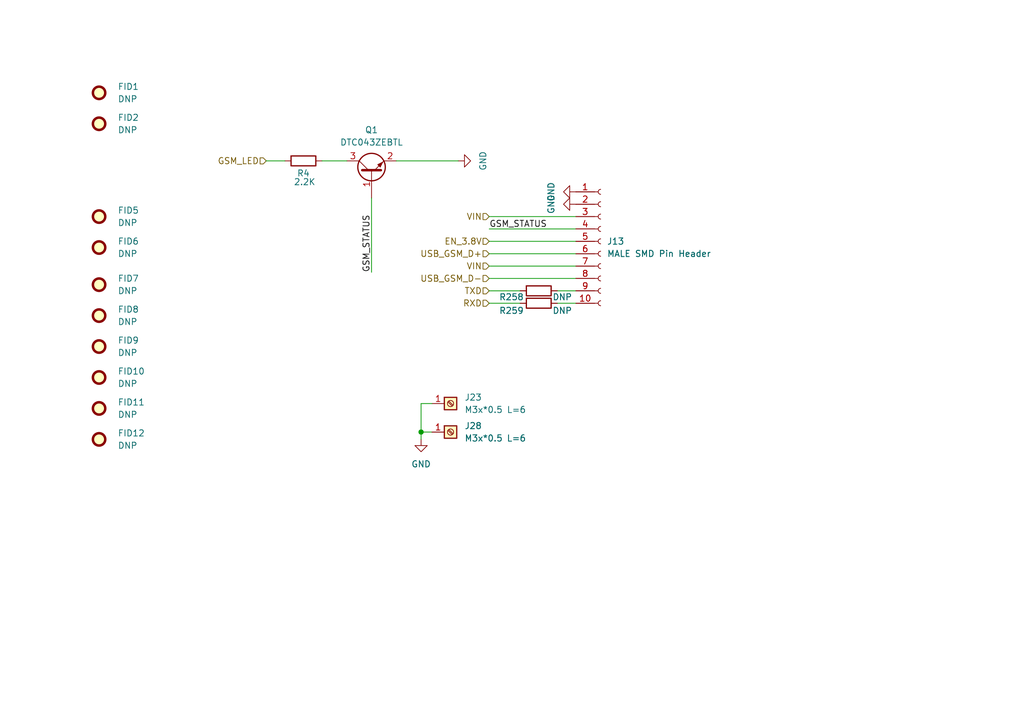
<source format=kicad_sch>
(kicad_sch (version 20231120) (generator "eeschema") (generator_version "8.0")
  (paper "A5")
  (title_block (company "SmartEQ Information Technologies"))
  (lib_symbols
    (symbol "Connector:Conn_01x10_Socket" (pin_names (offset 1.016) hide)
      (property "Reference" "J" (at 0 12.7 0))
      (property "Value" "Conn_01x10_Socket" (at 0 -15.24 0))
      (symbol "Conn_01x10_Socket_1_1"
        (arc (start 0 -12.192) (mid -0.5058 -12.7) (end 0 -13.208) (stroke (width 0.1524)))
        (arc (start 0 -9.652) (mid -0.5058 -10.16) (end 0 -10.668) (stroke (width 0.1524)))
        (arc (start 0 -7.112) (mid -0.5058 -7.62) (end 0 -8.128) (stroke (width 0.1524)))
        (arc (start 0 -4.572) (mid -0.5058 -5.08) (end 0 -5.588) (stroke (width 0.1524)))
        (arc (start 0 -2.032) (mid -0.5058 -2.54) (end 0 -3.048) (stroke (width 0.1524)))
        (polyline (pts (xy -1.27 -12.7) (xy -0.508 -12.7)) (stroke (width 0.1524)))
        (polyline (pts (xy -1.27 -10.16) (xy -0.508 -10.16)) (stroke (width 0.1524)))
        (polyline (pts (xy -1.27 -7.62) (xy -0.508 -7.62)) (stroke (width 0.1524)))
        (polyline (pts (xy -1.27 -5.08) (xy -0.508 -5.08)) (stroke (width 0.1524)))
        (polyline (pts (xy -1.27 -2.54) (xy -0.508 -2.54)) (stroke (width 0.1524)))
        (polyline (pts (xy -1.27 0) (xy -0.508 0)) (stroke (width 0.1524)))
        (polyline (pts (xy -1.27 2.54) (xy -0.508 2.54)) (stroke (width 0.1524)))
        (polyline (pts (xy -1.27 5.08) (xy -0.508 5.08)) (stroke (width 0.1524)))
        (polyline (pts (xy -1.27 7.62) (xy -0.508 7.62)) (stroke (width 0.1524)))
        (polyline (pts (xy -1.27 10.16) (xy -0.508 10.16)) (stroke (width 0.1524)))
        (arc (start 0 0.508) (mid -0.5058 0) (end 0 -0.508) (stroke (width 0.1524)))
        (arc (start 0 3.048) (mid -0.5058 2.54) (end 0 2.032) (stroke (width 0.1524)))
        (arc (start 0 5.588) (mid -0.5058 5.08) (end 0 4.572) (stroke (width 0.1524)))
        (arc (start 0 8.128) (mid -0.5058 7.62) (end 0 7.112) (stroke (width 0.1524)))
        (arc (start 0 10.668) (mid -0.5058 10.16) (end 0 9.652) (stroke (width 0.1524)))
        (pin passive line (at -5.08 10.16 0) (length 3.81) (name "Pin_1") (number "1"))
        (pin passive line (at -5.08 -12.7 0) (length 3.81) (name "Pin_10") (number "10"))
        (pin passive line (at -5.08 7.62 0) (length 3.81) (name "Pin_2") (number "2"))
        (pin passive line (at -5.08 5.08 0) (length 3.81) (name "Pin_3") (number "3"))
        (pin passive line (at -5.08 2.54 0) (length 3.81) (name "Pin_4") (number "4"))
        (pin passive line (at -5.08 0 0) (length 3.81) (name "Pin_5") (number "5"))
        (pin passive line (at -5.08 -2.54 0) (length 3.81) (name "Pin_6") (number "6"))
        (pin passive line (at -5.08 -5.08 0) (length 3.81) (name "Pin_7") (number "7"))
        (pin passive line (at -5.08 -7.62 0) (length 3.81) (name "Pin_8") (number "8"))
        (pin passive line (at -5.08 -10.16 0) (length 3.81) (name "Pin_9") (number "9"))
      )
    )
    (symbol "Connector:Screw_Terminal_01x01" (pin_names (offset 1.016) hide)
      (property "Reference" "J23" (at 2.8515 1.2701 0))
      (property "Value" "M3x*0.5 L=8" (at 2.8515 -1.2699 0))
      (symbol "Screw_Terminal_01x01_1_1"
        (rectangle (start -1.27 1.27) (end 1.27 -1.27) (stroke (width 0.254)) (fill (type background)))
        (polyline (pts (xy -0.5334 0.3302) (xy 0.3302 -0.508)) (stroke (width 0.1524)))
        (polyline (pts (xy -0.3556 0.508) (xy 0.508 -0.3302)) (stroke (width 0.1524)))
        (circle (center 0 0) (radius 0.635) (stroke (width 0.1524)))
        (pin input line (at -3.81 0 0) (length 2.54) (name "1") (number "1"))
      )
    )
    (symbol "Device:R" (pin_numbers hide) (pin_names (offset 0))
      (property "Reference" "R" (at 2.032 0 90))
      (property "Value" "R" (at 0 0 90))
      (symbol "R_0_1"
        (rectangle (start -1.016 -2.54) (end 1.016 2.54) (stroke (width 0.254)))
      )
      (symbol "R_1_1"
        (pin passive line (at 0 3.81 270) (length 1.27) (name "~") (number "1"))
        (pin passive line (at 0 -3.81 90) (length 1.27) (name "~") (number "2"))
      )
    )
    (symbol "Mechanical:Fiducial"
      (property "Reference" "FID" (at 0 5.08 0))
      (property "Value" "Fiducial" (at 0 3.175 0))
      (symbol "Fiducial_0_1"
        (circle (center 0 0) (radius 1.27) (stroke (width 0.508)) (fill (type background)))
      )
    )
    (symbol "Screw_Terminal_01x01_1" (pin_names (offset 1.016) hide)
      (property "Reference" "J28" (at 2.8515 1.2701 0))
      (property "Value" "M3x*0.5 L=8" (at 2.8515 -1.2699 0))
      (symbol "Screw_Terminal_01x01_1_1_1"
        (rectangle (start -1.27 1.27) (end 1.27 -1.27) (stroke (width 0.254)) (fill (type background)))
        (polyline (pts (xy -0.5334 0.3302) (xy 0.3302 -0.508)) (stroke (width 0.1524)))
        (polyline (pts (xy -0.3556 0.508) (xy 0.508 -0.3302)) (stroke (width 0.1524)))
        (circle (center 0 0) (radius 0.635) (stroke (width 0.1524)))
        (pin input line (at -3.81 0 0) (length 2.54) (name "1") (number "1"))
      )
    )
    (symbol "Transistor_BJT:2N3055" (pin_names (offset 0) hide)
      (property "Reference" "Q" (at 5.08 1.905 0))
      (property "Value" "2N3055" (at 5.08 0 0))
      (symbol "2N3055_0_1"
        (polyline (pts (xy 0.635 0.635) (xy 2.54 2.54)))
        (polyline (pts (xy 0.635 -0.635) (xy 2.54 -2.54) (xy 2.54 -2.54)))
        (polyline (pts (xy 0.635 1.905) (xy 0.635 -1.905) (xy 0.635 -1.905)) (stroke (width 0.508)))
        (polyline (pts (xy 1.27 -1.778) (xy 1.778 -1.27) (xy 2.286 -2.286) (xy 1.27 -1.778) (xy 1.27 -1.778)) (fill (type outline)))
        (circle (center 1.27 0) (radius 2.8194) (stroke (width 0.254)))
      )
      (symbol "2N3055_1_1"
        (pin input line (at -5.08 0 0) (length 5.715) (name "B") (number "1"))
        (pin passive line (at 2.54 -5.08 90) (length 2.54) (name "E") (number "2"))
        (pin passive line (at 2.54 5.08 270) (length 2.54) (name "C") (number "3"))
      )
    )
    (symbol "power:GND" (power) (pin_names (offset 0))
      (property "Value" "GND" (at 0 -3.81 0))
      (symbol "GND_0_1"
        (polyline (pts (xy 0 0) (xy 0 -1.27) (xy 1.27 -1.27) (xy 0 -2.54) (xy -1.27 -1.27) (xy 0 -1.27)))
      )
      (symbol "GND_1_1"
        (pin power_in line (at 0 0 270) (length 0) hide (name "GND") (number "1"))
      )
    )
  )
  (junction (at 86.36 88.667))
  (wire (pts (xy 66.04 33.02) (xy 71.12 33.02)))
  (wire (pts (xy 86.36 82.8168) (xy 88.5885 82.8168)))
  (wire (pts (xy 100.33 44.45) (xy 118.11 44.45)))
  (wire (pts (xy 100.33 54.61) (xy 118.11 54.61)))
  (wire (pts (xy 76.2 55.88) (xy 76.2 40.64)))
  (wire (pts (xy 114.3 62.23) (xy 118.11 62.23)))
  (wire (pts (xy 58.42 33.02) (xy 54.61 33.02)))
  (wire (pts (xy 81.28 33.02) (xy 93.98 33.02)))
  (wire (pts (xy 100.33 49.53) (xy 118.11 49.53)))
  (wire (pts (xy 100.33 46.99) (xy 118.11 46.99)))
  (wire (pts (xy 114.3 59.69) (xy 118.11 59.69)))
  (wire (pts (xy 100.33 52.07) (xy 118.11 52.07)))
  (wire (pts (xy 86.36 88.667) (xy 86.36 82.8168)))
  (wire (pts (xy 100.33 57.15) (xy 118.11 57.15)))
  (wire (pts (xy 100.33 59.69) (xy 106.68 59.69)))
  (wire (pts (xy 86.36 90.17) (xy 86.36 88.667)))
  (wire (pts (xy 100.33 62.23) (xy 106.68 62.23)))
  (wire (pts (xy 86.36 88.667) (xy 88.5885 88.667)))
  (label "GSM_STATUS" (at 100.33 46.99 0))
  (label "GSM_STATUS" (at 76.2 55.88 90))
  (hierarchical_label "GSM_LED" (shape input) (at 54.61 33.02 180))
  (hierarchical_label "EN_3.8V" (shape input) (at 100.33 49.53 180))
  (hierarchical_label "VIN" (shape input) (at 100.33 44.45 180))
  (hierarchical_label "RXD" (shape input) (at 100.33 62.23 180))
  (hierarchical_label "TXD" (shape input) (at 100.33 59.69 180))
  (hierarchical_label "VIN" (shape input) (at 100.33 54.61 180))
  (hierarchical_label "USB_GSM_D+" (shape input) (at 100.33 52.07 180))
  (hierarchical_label "USB_GSM_D-" (shape input) (at 100.33 57.15 180))
  (symbol (lib_id "Mechanical:Fiducial") (at 20.32 25.4 0) (unit 1)
    (property "Reference" "FID2" (at 24.13 24.1299 0) (effects (justify left)))
    (property "Value" "DNP" (at 24.13 26.6699 0) (effects (justify left)))
    (property "Footprint" "Fiducial:Fiducial_0.5mm_Mask1mm" (effects (hide yes)))
    (property "Description" "Fiducial Marker" (effects (hide yes)))
  )
  (symbol (lib_id "Connector:Conn_01x10_Socket") (at 123.19 49.53 0) (unit 1)
    (property "Reference" "J13" (at 124.46 49.5299 0) (effects (justify left)))
    (property "Value" "MALE SMD Pin Header" (at 124.46 52.0699 0) (effects (justify left)))
    (property "Footprint" "Connector_PinSocket_2.00mm:PinSocket_2x05_P2.00mm_Vertical_SMD" (effects (hide yes)))
    (property "Description" "Generic connector, single row, 01x10, script generated" (effects (hide yes)))
    (property "MPN" "2.0mm 2*5p 贴片排针" (effects (hide yes)))
  )
  (symbol (lib_id "Mechanical:Fiducial") (at 20.32 77.47 0) (unit 1)
    (property "Reference" "FID10" (at 24.13 76.1999 0) (effects (justify left)))
    (property "Value" "DNP" (at 24.13 78.7399 0) (effects (justify left)))
    (property "Footprint" "Fiducial:Fiducial_0.5mm_Mask1mm" (effects (hide yes)))
    (property "Description" "Fiducial Marker" (effects (hide yes)))
  )
  (symbol (lib_id "Device:R") (at 110.49 62.23 270) (unit 1)
    (property "Reference" "R259" (at 104.902 63.754 90))
    (property "Value" "DNP" (at 115.316 63.754 90))
    (property "Footprint" "Resistor_SMD:R_0603_1608Metric" (effects (hide yes)))
  )
  (symbol (lib_id "power:GND") (at 93.98 33.02 90) (unit 1)
    (property "Reference" "#PWR047" (effects (hide yes)))
    (property "Value" "GND" (at 99.06 33.02 0))
  )
  (symbol (lib_id "Mechanical:Fiducial") (at 20.32 58.42 0) (unit 1)
    (property "Reference" "FID7" (at 24.13 57.1499 0) (effects (justify left)))
    (property "Value" "DNP" (at 24.13 59.6899 0) (effects (justify left)))
    (property "Footprint" "Fiducial:Fiducial_0.5mm_Mask1mm" (effects (hide yes)))
    (property "Description" "Fiducial Marker" (effects (hide yes)))
  )
  (symbol (lib_name "Screw_Terminal_01x01_1") (lib_id "Connector:Screw_Terminal_01x01") (at 92.3985 88.667 0) (unit 1)
    (property "Reference" "J28" (at 95.25 87.3969 0) (effects (justify left)))
    (property "Value" "M3x*0.5 L=6" (at 95.25 89.9369 0) (effects (justify left)))
    (property "Footprint" "Footprint:Screw Terminal Shinbo" (effects (hide yes)))
    (property "Description" "Board mounting elevator    M3 hole size, 4 pins PCB-64-M3" (effects (hide yes)))
    (property "MPN" "SMTSO-M3-8ET" (effects (hide yes)))
  )
  (symbol (lib_id "Transistor_BJT:2N3055") (at 76.2 35.56 90) (unit 1)
    (property "Reference" "Q1" (at 76.2 26.67 90))
    (property "Value" "DTC043ZEBTL" (at 76.2 29.21 90))
    (property "Footprint" "Package_TO_SOT_SMD:SOT-416" (effects (hide yes)))
    (property "MPN" "DTC043ZEBTL" (effects (hide yes)))
  )
  (symbol (lib_id "Mechanical:Fiducial") (at 20.32 44.45 0) (unit 1)
    (property "Reference" "FID5" (at 24.13 43.1799 0) (effects (justify left)))
    (property "Value" "DNP" (at 24.13 45.7199 0) (effects (justify left)))
    (property "Footprint" "Fiducial:Fiducial_0.5mm_Mask1mm" (effects (hide yes)))
    (property "Description" "Fiducial Marker" (effects (hide yes)))
  )
  (symbol (lib_id "Mechanical:Fiducial") (at 20.32 90.17 0) (unit 1)
    (property "Reference" "FID12" (at 24.13 88.8999 0) (effects (justify left)))
    (property "Value" "DNP" (at 24.13 91.4399 0) (effects (justify left)))
    (property "Footprint" "Fiducial:Fiducial_0.5mm_Mask1mm" (effects (hide yes)))
    (property "Description" "Fiducial Marker" (effects (hide yes)))
  )
  (symbol (lib_id "power:GND") (at 118.11 39.37 270) (unit 1)
    (property "Reference" "#PWR0142" (effects (hide yes)))
    (property "Value" "GND" (at 113.03 39.37 0))
  )
  (symbol (lib_id "Device:R") (at 110.49 59.69 270) (unit 1)
    (property "Reference" "R258" (at 104.902 60.96 90))
    (property "Value" "DNP" (at 115.316 60.96 90))
    (property "Footprint" "Resistor_SMD:R_0603_1608Metric" (effects (hide yes)))
  )
  (symbol (lib_id "power:GND") (at 118.11 41.91 270) (unit 1)
    (property "Reference" "#PWR05" (effects (hide yes)))
    (property "Value" "GND" (at 113.03 41.91 0))
  )
  (symbol (lib_id "Connector:Screw_Terminal_01x01") (at 92.3985 82.8168 0) (unit 1)
    (property "Reference" "J23" (at 95.25 81.5467 0) (effects (justify left)))
    (property "Value" "M3x*0.5 L=6" (at 95.25 84.0867 0) (effects (justify left)))
    (property "Footprint" "Footprint:Screw Terminal Shinbo" (effects (hide yes)))
    (property "Description" "Board mounting elevator    M3 hole size, 4 pins PCB-64-M3" (effects (hide yes)))
    (property "MPN" "SMTSO-M3-8ET" (effects (hide yes)))
  )
  (symbol (lib_id "Mechanical:Fiducial") (at 20.32 50.8 0) (unit 1)
    (property "Reference" "FID6" (at 24.13 49.5299 0) (effects (justify left)))
    (property "Value" "DNP" (at 24.13 52.0699 0) (effects (justify left)))
    (property "Footprint" "Fiducial:Fiducial_0.5mm_Mask1mm" (effects (hide yes)))
    (property "Description" "Fiducial Marker" (effects (hide yes)))
  )
  (symbol (lib_id "Mechanical:Fiducial") (at 20.32 64.77 0) (unit 1)
    (property "Reference" "FID8" (at 24.13 63.4999 0) (effects (justify left)))
    (property "Value" "DNP" (at 24.13 66.0399 0) (effects (justify left)))
    (property "Footprint" "Fiducial:Fiducial_0.5mm_Mask1mm" (effects (hide yes)))
    (property "Description" "Fiducial Marker" (effects (hide yes)))
  )
  (symbol (lib_id "Mechanical:Fiducial") (at 20.32 71.12 0) (unit 1)
    (property "Reference" "FID9" (at 24.13 69.8499 0) (effects (justify left)))
    (property "Value" "DNP" (at 24.13 72.3899 0) (effects (justify left)))
    (property "Footprint" "Fiducial:Fiducial_0.5mm_Mask1mm" (effects (hide yes)))
    (property "Description" "Fiducial Marker" (effects (hide yes)))
  )
  (symbol (lib_id "power:GND") (at 86.36 90.17 0) (unit 1)
    (property "Reference" "#PWR0109" (effects (hide yes)))
    (property "Value" "GND" (at 86.36 95.25 0))
  )
  (symbol (lib_id "Mechanical:Fiducial") (at 20.32 83.82 0) (unit 1)
    (property "Reference" "FID11" (at 24.13 82.5499 0) (effects (justify left)))
    (property "Value" "DNP" (at 24.13 85.0899 0) (effects (justify left)))
    (property "Footprint" "Fiducial:Fiducial_0.5mm_Mask1mm" (effects (hide yes)))
    (property "Description" "Fiducial Marker" (effects (hide yes)))
  )
  (symbol (lib_id "Mechanical:Fiducial") (at 20.32 19.05 0) (unit 1)
    (property "Reference" "FID1" (at 24.13 17.7799 0) (effects (justify left)))
    (property "Value" "DNP" (at 24.13 20.3199 0) (effects (justify left)))
    (property "Footprint" "Fiducial:Fiducial_0.5mm_Mask1mm" (effects (hide yes)))
    (property "Description" "Fiducial Marker" (effects (hide yes)))
  )
  (symbol (lib_id "Device:R") (at 62.23 33.02 270) (unit 1)
    (property "Reference" "R4" (at 62.23 35.56 90))
    (property "Value" "2.2K" (at 62.484 37.338 90))
    (property "Footprint" "Resistor_SMD:R_0603_1608Metric" (effects (hide yes)))
    (property "MPN" "0603WAF2201T5E" (effects (hide yes)))
  )
)
</source>
